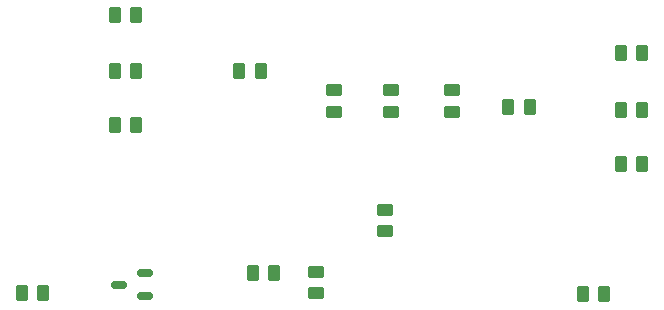
<source format=gbr>
%TF.GenerationSoftware,KiCad,Pcbnew,8.0.0*%
%TF.CreationDate,2024-03-21T20:48:15+02:00*%
%TF.ProjectId,Sensing system,53656e73-696e-4672-9073-797374656d2e,rev?*%
%TF.SameCoordinates,Original*%
%TF.FileFunction,Paste,Top*%
%TF.FilePolarity,Positive*%
%FSLAX46Y46*%
G04 Gerber Fmt 4.6, Leading zero omitted, Abs format (unit mm)*
G04 Created by KiCad (PCBNEW 8.0.0) date 2024-03-21 20:48:15*
%MOMM*%
%LPD*%
G01*
G04 APERTURE LIST*
G04 Aperture macros list*
%AMRoundRect*
0 Rectangle with rounded corners*
0 $1 Rounding radius*
0 $2 $3 $4 $5 $6 $7 $8 $9 X,Y pos of 4 corners*
0 Add a 4 corners polygon primitive as box body*
4,1,4,$2,$3,$4,$5,$6,$7,$8,$9,$2,$3,0*
0 Add four circle primitives for the rounded corners*
1,1,$1+$1,$2,$3*
1,1,$1+$1,$4,$5*
1,1,$1+$1,$6,$7*
1,1,$1+$1,$8,$9*
0 Add four rect primitives between the rounded corners*
20,1,$1+$1,$2,$3,$4,$5,0*
20,1,$1+$1,$4,$5,$6,$7,0*
20,1,$1+$1,$6,$7,$8,$9,0*
20,1,$1+$1,$8,$9,$2,$3,0*%
G04 Aperture macros list end*
%ADD10RoundRect,0.250000X0.262500X0.450000X-0.262500X0.450000X-0.262500X-0.450000X0.262500X-0.450000X0*%
%ADD11RoundRect,0.250000X-0.262500X-0.450000X0.262500X-0.450000X0.262500X0.450000X-0.262500X0.450000X0*%
%ADD12RoundRect,0.250000X-0.450000X0.262500X-0.450000X-0.262500X0.450000X-0.262500X0.450000X0.262500X0*%
%ADD13RoundRect,0.250000X0.450000X-0.262500X0.450000X0.262500X-0.450000X0.262500X-0.450000X-0.262500X0*%
%ADD14RoundRect,0.150000X0.512500X0.150000X-0.512500X0.150000X-0.512500X-0.150000X0.512500X-0.150000X0*%
G04 APERTURE END LIST*
D10*
%TO.C,R16*%
X94718500Y-79248000D03*
X96543500Y-79248000D03*
%TD*%
D11*
%TO.C,R15*%
X106068500Y-74676000D03*
X104243500Y-74676000D03*
%TD*%
%TO.C,R14*%
X106068500Y-84074000D03*
X104243500Y-84074000D03*
%TD*%
D12*
%TO.C,R13*%
X84328000Y-89789000D03*
X84328000Y-87964000D03*
%TD*%
D13*
%TO.C,R12*%
X89963000Y-77827500D03*
X89963000Y-79652500D03*
%TD*%
%TO.C,R11*%
X80010000Y-77827500D03*
X80010000Y-79652500D03*
%TD*%
D10*
%TO.C,R10*%
X71962000Y-76200000D03*
X73787000Y-76200000D03*
%TD*%
D11*
%TO.C,R9*%
X63246000Y-71510000D03*
X61421000Y-71510000D03*
%TD*%
%TO.C,R8*%
X63246000Y-80772000D03*
X61421000Y-80772000D03*
%TD*%
%TO.C,R7*%
X106068500Y-79502000D03*
X104243500Y-79502000D03*
%TD*%
D13*
%TO.C,R6*%
X84836000Y-77827500D03*
X84836000Y-79652500D03*
%TD*%
D11*
%TO.C,R5*%
X63246000Y-76200000D03*
X61421000Y-76200000D03*
%TD*%
D10*
%TO.C,R4*%
X73105000Y-93345000D03*
X74930000Y-93345000D03*
%TD*%
%TO.C,R3*%
X101045000Y-95123000D03*
X102870000Y-95123000D03*
%TD*%
D12*
%TO.C,R2*%
X78486000Y-95043000D03*
X78486000Y-93218000D03*
%TD*%
D11*
%TO.C,R1*%
X55372000Y-94996000D03*
X53547000Y-94996000D03*
%TD*%
D14*
%TO.C,Q1*%
X64008000Y-95245000D03*
X64008000Y-93345000D03*
X61733000Y-94295000D03*
%TD*%
M02*

</source>
